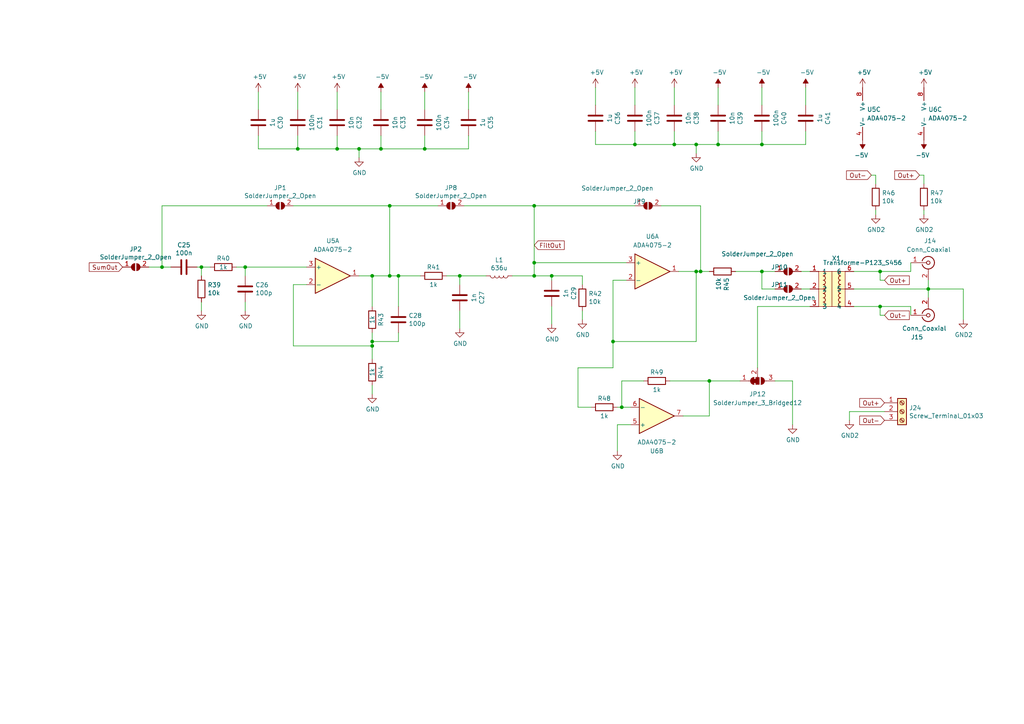
<source format=kicad_sch>
(kicad_sch (version 20211123) (generator eeschema)
  (paper "A4")
  (lib_symbols
    (symbol "Amplifier_Operational:ADA4075-2" (pin_names (offset 0.127))
      (property "Reference" "U" (at 0 5.08 0))
      (property "Value" "ADA4075-2" (at 0 -5.08 0))
      (symbol "ADA4075-2_1_1"
        (polyline (pts (xy -5.08 5.08) (xy 5.08 0) (xy -5.08 -5.08) (xy -5.08 5.08)) (stroke (width 0.254)) (fill (type background)))
        (pin output line (at 7.62 0 180) (length 2.54) (name "~") (number "1"))
        (pin input line (at -7.62 -2.54 0) (length 2.54) (name "-") (number "2"))
        (pin input line (at -7.62 2.54 0) (length 2.54) (name "+") (number "3"))
      )
      (symbol "ADA4075-2_2_1"
        (polyline (pts (xy -5.08 5.08) (xy 5.08 0) (xy -5.08 -5.08) (xy -5.08 5.08)) (stroke (width 0.254)) (fill (type background)))
        (pin input line (at -7.62 2.54 0) (length 2.54) (name "+") (number "5"))
        (pin input line (at -7.62 -2.54 0) (length 2.54) (name "-") (number "6"))
        (pin output line (at 7.62 0 180) (length 2.54) (name "~") (number "7"))
      )
      (symbol "ADA4075-2_3_1"
        (pin power_in line (at -2.54 -7.62 90) (length 3.81) (name "V-") (number "4"))
        (pin power_in line (at -2.54 7.62 270) (length 3.81) (name "V+") (number "8"))
      )
    )
    (symbol "Connector:Conn_Coaxial" (pin_names (offset 1.016) hide)
      (property "Reference" "J" (at 0.254 3.048 0))
      (property "Value" "Conn_Coaxial" (at 2.921 0 90))
      (symbol "Conn_Coaxial_0_1"
        (arc (start -1.778 -0.508) (mid 0.2311 -1.8066) (end 1.778 0) (stroke (width 0.254)))
        (polyline (pts (xy -2.54 0) (xy -0.508 0)))
        (polyline (pts (xy 0 -2.54) (xy 0 -1.778)))
        (circle (center 0 0) (radius 0.508) (stroke (width 0.2032)))
        (arc (start 1.778 0) (mid 0.2099 1.8101) (end -1.778 0.508) (stroke (width 0.254)))
      )
      (symbol "Conn_Coaxial_1_1"
        (pin passive line (at -5.08 0 0) (length 2.54) (name "In") (number "1"))
        (pin passive line (at 0 -5.08 90) (length 2.54) (name "Ext") (number "2"))
      )
    )
    (symbol "Connector:Screw_Terminal_01x03" (pin_names (offset 1.016) hide)
      (property "Reference" "J" (at 0 5.08 0))
      (property "Value" "Screw_Terminal_01x03" (at 0 -5.08 0))
      (symbol "Screw_Terminal_01x03_1_1"
        (rectangle (start -1.27 3.81) (end 1.27 -3.81) (stroke (width 0.254)) (fill (type background)))
        (circle (center 0 -2.54) (radius 0.635) (stroke (width 0.1524)))
        (polyline (pts (xy -0.5334 -2.2098) (xy 0.3302 -3.048)) (stroke (width 0.1524)))
        (polyline (pts (xy -0.5334 0.3302) (xy 0.3302 -0.508)) (stroke (width 0.1524)))
        (polyline (pts (xy -0.5334 2.8702) (xy 0.3302 2.032)) (stroke (width 0.1524)))
        (polyline (pts (xy -0.3556 -2.032) (xy 0.508 -2.8702)) (stroke (width 0.1524)))
        (polyline (pts (xy -0.3556 0.508) (xy 0.508 -0.3302)) (stroke (width 0.1524)))
        (polyline (pts (xy -0.3556 3.048) (xy 0.508 2.2098)) (stroke (width 0.1524)))
        (circle (center 0 0) (radius 0.635) (stroke (width 0.1524)))
        (circle (center 0 2.54) (radius 0.635) (stroke (width 0.1524)))
        (pin passive line (at -5.08 2.54 0) (length 3.81) (name "Pin_1") (number "1"))
        (pin passive line (at -5.08 0 0) (length 3.81) (name "Pin_2") (number "2"))
        (pin passive line (at -5.08 -2.54 0) (length 3.81) (name "Pin_3") (number "3"))
      )
    )
    (symbol "Device:C" (pin_numbers hide) (pin_names (offset 0.254))
      (property "Reference" "C" (at 0.635 2.54 0))
      (property "Value" "C" (at 0.635 -2.54 0))
      (symbol "C_0_1"
        (polyline (pts (xy -2.032 -0.762) (xy 2.032 -0.762)) (stroke (width 0.508)))
        (polyline (pts (xy -2.032 0.762) (xy 2.032 0.762)) (stroke (width 0.508)))
      )
      (symbol "C_1_1"
        (pin passive line (at 0 3.81 270) (length 2.794) (name "~") (number "1"))
        (pin passive line (at 0 -3.81 90) (length 2.794) (name "~") (number "2"))
      )
    )
    (symbol "Device:L" (pin_numbers hide) (pin_names (offset 1.016) hide)
      (property "Reference" "L" (at -1.27 0 90))
      (property "Value" "L" (at 1.905 0 90))
      (symbol "L_0_1"
        (arc (start 0 -2.54) (mid 0.635 -1.905) (end 0 -1.27))
        (arc (start 0 -1.27) (mid 0.635 -0.635) (end 0 0))
        (arc (start 0 0) (mid 0.635 0.635) (end 0 1.27))
        (arc (start 0 1.27) (mid 0.635 1.905) (end 0 2.54))
      )
      (symbol "L_1_1"
        (pin passive line (at 0 3.81 270) (length 1.27) (name "1") (number "1"))
        (pin passive line (at 0 -3.81 90) (length 1.27) (name "2") (number "2"))
      )
    )
    (symbol "Device:R" (pin_numbers hide) (pin_names (offset 0))
      (property "Reference" "R" (at 2.032 0 90))
      (property "Value" "R" (at 0 0 90))
      (symbol "R_0_1"
        (rectangle (start -1.016 -2.54) (end 1.016 2.54) (stroke (width 0.254)))
      )
      (symbol "R_1_1"
        (pin passive line (at 0 3.81 270) (length 1.27) (name "~") (number "1"))
        (pin passive line (at 0 -3.81 90) (length 1.27) (name "~") (number "2"))
      )
    )
    (symbol "Jumper:SolderJumper_2_Open" (pin_names (offset 0) hide)
      (property "Reference" "JP" (at 0 2.032 0))
      (property "Value" "SolderJumper_2_Open" (at 0 -2.54 0))
      (symbol "SolderJumper_2_Open_0_1"
        (arc (start -0.254 1.016) (mid -1.27 0) (end -0.254 -1.016))
        (arc (start -0.254 1.016) (mid -1.27 0) (end -0.254 -1.016) (fill (type outline)))
        (polyline (pts (xy -0.254 1.016) (xy -0.254 -1.016)))
        (polyline (pts (xy 0.254 1.016) (xy 0.254 -1.016)))
        (arc (start 0.254 -1.016) (mid 1.27 0) (end 0.254 1.016))
        (arc (start 0.254 -1.016) (mid 1.27 0) (end 0.254 1.016) (fill (type outline)))
      )
      (symbol "SolderJumper_2_Open_1_1"
        (pin passive line (at -3.81 0 0) (length 2.54) (name "A") (number "1"))
        (pin passive line (at 3.81 0 180) (length 2.54) (name "B") (number "2"))
      )
    )
    (symbol "Jumper:SolderJumper_3_Bridged12" (pin_names (offset 0) hide)
      (property "Reference" "JP" (at -2.54 -2.54 0))
      (property "Value" "SolderJumper_3_Bridged12" (at 0 2.794 0))
      (symbol "SolderJumper_3_Bridged12_0_1"
        (rectangle (start -1.016 0.508) (end -0.508 -0.508) (fill (type outline)))
        (arc (start -1.016 1.016) (mid -2.032 0) (end -1.016 -1.016))
        (arc (start -1.016 1.016) (mid -2.032 0) (end -1.016 -1.016) (fill (type outline)))
        (rectangle (start -0.508 1.016) (end 0.508 -1.016) (fill (type outline)))
        (polyline (pts (xy -2.54 0) (xy -2.032 0)))
        (polyline (pts (xy -1.016 1.016) (xy -1.016 -1.016)))
        (polyline (pts (xy 0 -1.27) (xy 0 -1.016)))
        (polyline (pts (xy 1.016 1.016) (xy 1.016 -1.016)))
        (polyline (pts (xy 2.54 0) (xy 2.032 0)))
        (arc (start 1.016 -1.016) (mid 2.032 0) (end 1.016 1.016))
        (arc (start 1.016 -1.016) (mid 2.032 0) (end 1.016 1.016) (fill (type outline)))
      )
      (symbol "SolderJumper_3_Bridged12_1_1"
        (pin passive line (at -5.08 0 0) (length 2.54) (name "A") (number "1"))
        (pin passive line (at 0 -3.81 90) (length 2.54) (name "C") (number "2"))
        (pin passive line (at 5.08 0 180) (length 2.54) (name "B") (number "3"))
      )
    )
    (symbol "ModularPreamp-rescue:Transforme-P123_S456-Martinos" (pin_names (offset 1.016))
      (property "Reference" "X" (at 0 -6.35 0))
      (property "Value" "Transforme-P123_S456-Martinos" (at 1.27 7.62 0))
      (symbol "Transforme-P123_S456-Martinos_0_1"
        (rectangle (start -3.81 5.08) (end 3.81 -5.08) (fill (type background)))
        (arc (start -2.54 -3.81) (mid -1.905 -3.175) (end -2.54 -2.54))
        (arc (start -2.54 -3.81) (mid -1.905 -3.175) (end -2.54 -2.54))
        (arc (start -2.54 -1.27) (mid -1.905 -0.635) (end -2.54 0))
        (arc (start -2.54 -1.27) (mid -1.905 -0.635) (end -2.54 0))
        (arc (start -2.54 1.27) (mid -1.905 1.905) (end -2.54 2.54))
        (arc (start -2.54 1.27) (mid -1.905 1.905) (end -2.54 2.54))
        (arc (start -2.54 3.81) (mid -1.905 4.445) (end -2.54 5.08))
        (arc (start -2.54 3.81) (mid -1.905 4.445) (end -2.54 5.08))
        (polyline (pts (xy -2.54 0) (xy -3.81 0)))
        (polyline (pts (xy 0 5.08) (xy 0 -5.08)))
        (polyline (pts (xy 3.81 0) (xy 2.54 0)))
        (arc (start 2.54 -3.81) (mid 1.905 -4.445) (end 2.54 -5.08))
        (arc (start 2.54 -3.81) (mid 1.905 -4.445) (end 2.54 -5.08))
        (arc (start 2.54 -1.27) (mid 1.905 -1.905) (end 2.54 -2.54))
        (arc (start 2.54 -1.27) (mid 1.905 -1.905) (end 2.54 -2.54))
        (arc (start 2.54 1.27) (mid 1.905 0.635) (end 2.54 0))
        (arc (start 2.54 1.27) (mid 1.905 0.635) (end 2.54 0))
        (arc (start 2.54 3.81) (mid 1.905 3.175) (end 2.54 2.54))
        (arc (start 2.54 3.81) (mid 1.905 3.175) (end 2.54 2.54))
      )
      (symbol "Transforme-P123_S456-Martinos_1_1"
        (arc (start -2.54 -5.08) (mid -1.905 -4.445) (end -2.54 -3.81))
        (arc (start -2.54 -5.08) (mid -1.905 -4.445) (end -2.54 -3.81))
        (arc (start -2.54 -2.54) (mid -1.905 -1.905) (end -2.54 -1.27))
        (arc (start -2.54 -2.54) (mid -1.905 -1.905) (end -2.54 -1.27))
        (arc (start -2.54 0) (mid -1.905 0.635) (end -2.54 1.27))
        (arc (start -2.54 0) (mid -1.905 0.635) (end -2.54 1.27))
        (arc (start -2.54 2.54) (mid -1.905 3.175) (end -2.54 3.81))
        (arc (start -2.54 2.54) (mid -1.905 3.175) (end -2.54 3.81))
        (arc (start 2.54 -2.54) (mid 1.905 -3.175) (end 2.54 -3.81))
        (arc (start 2.54 -2.54) (mid 1.905 -3.175) (end 2.54 -3.81))
        (arc (start 2.54 0) (mid 1.905 -0.635) (end 2.54 -1.27))
        (arc (start 2.54 0) (mid 1.905 -0.635) (end 2.54 -1.27))
        (arc (start 2.54 2.54) (mid 1.905 1.905) (end 2.54 1.27))
        (arc (start 2.54 2.54) (mid 1.905 1.905) (end 2.54 1.27))
        (arc (start 2.54 5.08) (mid 1.905 4.445) (end 2.54 3.81))
        (arc (start 2.54 5.08) (mid 1.905 4.445) (end 2.54 3.81))
        (pin input line (at -6.35 5.08 0) (length 2.54) (name "1") (number "1"))
        (pin input line (at -6.35 0 0) (length 2.54) (name "2") (number "2"))
        (pin input line (at -6.35 -5.08 0) (length 2.54) (name "3") (number "3"))
        (pin input line (at 6.35 -5.08 180) (length 2.54) (name "4") (number "4"))
        (pin input line (at 6.35 0 180) (length 2.54) (name "5") (number "5"))
        (pin input line (at 6.35 5.08 180) (length 2.54) (name "6") (number "6"))
      )
    )
    (symbol "power:+5V" (power) (pin_names (offset 0))
      (property "Value" "+5V" (at 0 3.556 0))
      (symbol "+5V_0_1"
        (polyline (pts (xy -0.762 1.27) (xy 0 2.54)))
        (polyline (pts (xy 0 0) (xy 0 2.54)))
        (polyline (pts (xy 0 2.54) (xy 0.762 1.27)))
      )
      (symbol "+5V_1_1"
        (pin power_in line (at 0 0 90) (length 0) hide (name "+5V") (number "1"))
      )
    )
    (symbol "power:-5V" (power) (pin_names (offset 0))
      (property "Value" "-5V" (at 0 3.81 0))
      (symbol "-5V_0_0"
        (pin power_in line (at 0 0 90) (length 0) hide (name "-5V") (number "1"))
      )
      (symbol "-5V_0_1"
        (polyline (pts (xy 0 0) (xy 0 1.27) (xy 0.762 1.27) (xy 0 2.54) (xy -0.762 1.27) (xy 0 1.27)) (fill (type outline)))
      )
    )
    (symbol "power:GND" (power) (pin_names (offset 0))
      (property "Value" "GND" (at 0 -3.81 0))
      (symbol "GND_0_1"
        (polyline (pts (xy 0 0) (xy 0 -1.27) (xy 1.27 -1.27) (xy 0 -2.54) (xy -1.27 -1.27) (xy 0 -1.27)))
      )
      (symbol "GND_1_1"
        (pin power_in line (at 0 0 270) (length 0) hide (name "GND") (number "1"))
      )
    )
    (symbol "power:GND2" (power) (pin_names (offset 0))
      (property "Value" "GND2" (at 0 -3.81 0))
      (symbol "GND2_0_1"
        (polyline (pts (xy 0 0) (xy 0 -1.27) (xy 1.27 -1.27) (xy 0 -2.54) (xy -1.27 -1.27) (xy 0 -1.27)))
      )
      (symbol "GND2_1_1"
        (pin power_in line (at 0 0 270) (length 0) hide (name "GND2") (number "1"))
      )
    )
  )
  (junction (at 203.2 78.74))
  (junction (at 154.94 59.69))
  (junction (at 255.27 78.74))
  (junction (at 71.12 77.47))
  (junction (at 154.94 80.01))
  (junction (at 123.19 43.18))
  (junction (at 220.98 41.91))
  (junction (at 86.36 43.18))
  (junction (at 180.34 118.11))
  (junction (at 220.98 78.74))
  (junction (at 46.99 77.47))
  (junction (at 104.14 43.18))
  (junction (at 177.8 99.06))
  (junction (at 160.02 80.01))
  (junction (at 97.79 43.18))
  (junction (at 184.15 41.91))
  (junction (at 113.03 80.01))
  (junction (at 201.93 78.74))
  (junction (at 201.93 41.91))
  (junction (at 205.74 110.49))
  (junction (at 269.24 83.82))
  (junction (at 113.03 59.69))
  (junction (at 255.27 88.9))
  (junction (at 58.42 77.47))
  (junction (at 133.35 80.01))
  (junction (at 107.95 100.33))
  (junction (at 107.95 99.06))
  (junction (at 154.94 76.2))
  (junction (at 107.95 80.01))
  (junction (at 208.28 41.91))
  (junction (at 115.57 80.01))
  (junction (at 110.49 43.18))
  (junction (at 195.58 41.91))
  (wire (pts (xy 254 62.23) (xy 254 60.96)))
  (wire (pts (xy 57.15 77.47) (xy 58.42 77.47)))
  (wire (pts (xy 171.45 118.11) (xy 167.64 118.11)))
  (wire (pts (xy 85.09 100.33) (xy 107.95 100.33)))
  (wire (pts (xy 186.69 110.49) (xy 180.34 110.49)))
  (wire (pts (xy 104.14 43.18) (xy 97.79 43.18)))
  (wire (pts (xy 60.96 77.47) (xy 58.42 77.47)))
  (wire (pts (xy 194.31 110.49) (xy 205.74 110.49)))
  (wire (pts (xy 247.65 78.74) (xy 255.27 78.74)))
  (wire (pts (xy 184.15 41.91) (xy 195.58 41.91)))
  (wire (pts (xy 203.2 78.74) (xy 205.74 78.74)))
  (wire (pts (xy 86.36 43.18) (xy 86.36 39.37)))
  (wire (pts (xy 205.74 120.65) (xy 198.12 120.65)))
  (wire (pts (xy 74.93 43.18) (xy 86.36 43.18)))
  (wire (pts (xy 182.88 123.19) (xy 179.07 123.19)))
  (wire (pts (xy 167.64 106.68) (xy 177.8 106.68)))
  (wire (pts (xy 129.54 80.01) (xy 133.35 80.01)))
  (wire (pts (xy 46.99 77.47) (xy 49.53 77.47)))
  (wire (pts (xy 256.54 81.28) (xy 255.27 81.28)))
  (wire (pts (xy 179.07 118.11) (xy 180.34 118.11)))
  (wire (pts (xy 233.68 38.1) (xy 233.68 41.91)))
  (wire (pts (xy 252.73 50.8) (xy 254 50.8)))
  (wire (pts (xy 220.98 38.1) (xy 220.98 41.91)))
  (wire (pts (xy 86.36 43.18) (xy 97.79 43.18)))
  (wire (pts (xy 160.02 81.28) (xy 160.02 80.01)))
  (wire (pts (xy 110.49 39.37) (xy 110.49 43.18)))
  (wire (pts (xy 177.8 99.06) (xy 201.93 99.06)))
  (wire (pts (xy 195.58 25.4) (xy 195.58 30.48)))
  (wire (pts (xy 256.54 91.44) (xy 255.27 91.44)))
  (wire (pts (xy 107.95 100.33) (xy 107.95 104.14)))
  (wire (pts (xy 160.02 93.98) (xy 160.02 88.9)))
  (wire (pts (xy 267.97 50.8) (xy 267.97 53.34)))
  (wire (pts (xy 229.87 110.49) (xy 229.87 123.19)))
  (wire (pts (xy 134.62 59.69) (xy 154.94 59.69)))
  (wire (pts (xy 113.03 59.69) (xy 113.03 80.01)))
  (wire (pts (xy 232.41 83.82) (xy 234.95 83.82)))
  (wire (pts (xy 133.35 80.01) (xy 140.97 80.01)))
  (wire (pts (xy 107.95 88.9) (xy 107.95 80.01)))
  (wire (pts (xy 181.61 76.2) (xy 154.94 76.2)))
  (wire (pts (xy 172.72 25.4) (xy 172.72 30.48)))
  (wire (pts (xy 255.27 78.74) (xy 264.16 78.74)))
  (wire (pts (xy 264.16 91.44) (xy 264.16 88.9)))
  (wire (pts (xy 160.02 80.01) (xy 168.91 80.01)))
  (wire (pts (xy 88.9 82.55) (xy 85.09 82.55)))
  (wire (pts (xy 113.03 80.01) (xy 115.57 80.01)))
  (wire (pts (xy 191.77 59.69) (xy 203.2 59.69)))
  (wire (pts (xy 246.38 121.92) (xy 246.38 119.38)))
  (wire (pts (xy 154.94 59.69) (xy 154.94 76.2)))
  (wire (pts (xy 104.14 45.72) (xy 104.14 43.18)))
  (wire (pts (xy 104.14 80.01) (xy 107.95 80.01)))
  (wire (pts (xy 167.64 118.11) (xy 167.64 106.68)))
  (wire (pts (xy 224.79 83.82) (xy 220.98 83.82)))
  (wire (pts (xy 172.72 41.91) (xy 172.72 38.1)))
  (wire (pts (xy 123.19 43.18) (xy 110.49 43.18)))
  (wire (pts (xy 219.71 88.9) (xy 219.71 106.68)))
  (wire (pts (xy 213.36 78.74) (xy 220.98 78.74)))
  (wire (pts (xy 68.58 77.47) (xy 71.12 77.47)))
  (wire (pts (xy 269.24 86.36) (xy 269.24 83.82)))
  (wire (pts (xy 133.35 82.55) (xy 133.35 80.01)))
  (wire (pts (xy 74.93 43.18) (xy 74.93 39.37)))
  (wire (pts (xy 220.98 78.74) (xy 224.79 78.74)))
  (wire (pts (xy 255.27 91.44) (xy 255.27 88.9)))
  (wire (pts (xy 196.85 78.74) (xy 201.93 78.74)))
  (wire (pts (xy 43.18 77.47) (xy 46.99 77.47)))
  (wire (pts (xy 208.28 25.4) (xy 208.28 30.48)))
  (wire (pts (xy 269.24 83.82) (xy 247.65 83.82)))
  (wire (pts (xy 154.94 80.01) (xy 160.02 80.01)))
  (wire (pts (xy 208.28 38.1) (xy 208.28 41.91)))
  (wire (pts (xy 135.89 26.67) (xy 135.89 31.75)))
  (wire (pts (xy 74.93 26.67) (xy 74.93 31.75)))
  (wire (pts (xy 184.15 25.4) (xy 184.15 30.48)))
  (wire (pts (xy 232.41 78.74) (xy 234.95 78.74)))
  (wire (pts (xy 208.28 41.91) (xy 201.93 41.91)))
  (wire (pts (xy 107.95 99.06) (xy 107.95 96.52)))
  (wire (pts (xy 46.99 77.47) (xy 46.99 59.69)))
  (wire (pts (xy 224.79 110.49) (xy 229.87 110.49)))
  (wire (pts (xy 279.4 83.82) (xy 279.4 92.71)))
  (wire (pts (xy 180.34 110.49) (xy 180.34 118.11)))
  (wire (pts (xy 205.74 110.49) (xy 205.74 120.65)))
  (wire (pts (xy 177.8 81.28) (xy 177.8 99.06)))
  (wire (pts (xy 219.71 88.9) (xy 234.95 88.9)))
  (wire (pts (xy 180.34 118.11) (xy 182.88 118.11)))
  (wire (pts (xy 220.98 41.91) (xy 208.28 41.91)))
  (wire (pts (xy 233.68 25.4) (xy 233.68 30.48)))
  (wire (pts (xy 110.49 26.67) (xy 110.49 31.75)))
  (wire (pts (xy 184.15 59.69) (xy 154.94 59.69)))
  (wire (pts (xy 255.27 81.28) (xy 255.27 78.74)))
  (wire (pts (xy 71.12 90.17) (xy 71.12 87.63)))
  (wire (pts (xy 201.93 99.06) (xy 201.93 78.74)))
  (wire (pts (xy 110.49 43.18) (xy 104.14 43.18)))
  (wire (pts (xy 113.03 59.69) (xy 127 59.69)))
  (wire (pts (xy 177.8 106.68) (xy 177.8 99.06)))
  (wire (pts (xy 71.12 77.47) (xy 88.9 77.47)))
  (wire (pts (xy 115.57 88.9) (xy 115.57 80.01)))
  (wire (pts (xy 107.95 100.33) (xy 107.95 99.06)))
  (wire (pts (xy 255.27 88.9) (xy 247.65 88.9)))
  (wire (pts (xy 214.63 110.49) (xy 205.74 110.49)))
  (wire (pts (xy 123.19 26.67) (xy 123.19 31.75)))
  (wire (pts (xy 154.94 76.2) (xy 154.94 80.01)))
  (wire (pts (xy 201.93 78.74) (xy 203.2 78.74)))
  (wire (pts (xy 203.2 59.69) (xy 203.2 78.74)))
  (wire (pts (xy 233.68 41.91) (xy 220.98 41.91)))
  (wire (pts (xy 123.19 39.37) (xy 123.19 43.18)))
  (wire (pts (xy 86.36 26.67) (xy 86.36 31.75)))
  (wire (pts (xy 85.09 82.55) (xy 85.09 100.33)))
  (wire (pts (xy 269.24 83.82) (xy 279.4 83.82)))
  (wire (pts (xy 58.42 90.17) (xy 58.42 87.63)))
  (wire (pts (xy 133.35 95.25) (xy 133.35 90.17)))
  (wire (pts (xy 201.93 44.45) (xy 201.93 41.91)))
  (wire (pts (xy 97.79 26.67) (xy 97.79 31.75)))
  (wire (pts (xy 107.95 80.01) (xy 113.03 80.01)))
  (wire (pts (xy 97.79 43.18) (xy 97.79 39.37)))
  (wire (pts (xy 168.91 92.71) (xy 168.91 90.17)))
  (wire (pts (xy 220.98 83.82) (xy 220.98 78.74)))
  (wire (pts (xy 201.93 41.91) (xy 195.58 41.91)))
  (wire (pts (xy 266.7 50.8) (xy 267.97 50.8)))
  (wire (pts (xy 58.42 77.47) (xy 58.42 80.01)))
  (wire (pts (xy 172.72 41.91) (xy 184.15 41.91)))
  (wire (pts (xy 107.95 114.3) (xy 107.95 111.76)))
  (wire (pts (xy 184.15 41.91) (xy 184.15 38.1)))
  (wire (pts (xy 168.91 80.01) (xy 168.91 82.55)))
  (wire (pts (xy 115.57 80.01) (xy 121.92 80.01)))
  (wire (pts (xy 71.12 77.47) (xy 71.12 80.01)))
  (wire (pts (xy 254 50.8) (xy 254 53.34)))
  (wire (pts (xy 246.38 119.38) (xy 256.54 119.38)))
  (wire (pts (xy 115.57 99.06) (xy 107.95 99.06)))
  (wire (pts (xy 135.89 43.18) (xy 123.19 43.18)))
  (wire (pts (xy 264.16 88.9) (xy 255.27 88.9)))
  (wire (pts (xy 269.24 83.82) (xy 269.24 81.28)))
  (wire (pts (xy 85.09 59.69) (xy 113.03 59.69)))
  (wire (pts (xy 115.57 96.52) (xy 115.57 99.06)))
  (wire (pts (xy 135.89 39.37) (xy 135.89 43.18)))
  (wire (pts (xy 148.59 80.01) (xy 154.94 80.01)))
  (wire (pts (xy 264.16 78.74) (xy 264.16 76.2)))
  (wire (pts (xy 46.99 59.69) (xy 77.47 59.69)))
  (wire (pts (xy 181.61 81.28) (xy 177.8 81.28)))
  (wire (pts (xy 220.98 25.4) (xy 220.98 30.48)))
  (wire (pts (xy 179.07 123.19) (xy 179.07 130.81)))
  (wire (pts (xy 195.58 41.91) (xy 195.58 38.1)))
  (wire (pts (xy 267.97 62.23) (xy 267.97 60.96)))
  (global_label "Out-" (shape input) (at 256.54 91.44 0) (property "Intersheet References" "${INTERSHEET_REFS}" (effects hide)))
  (global_label "Out+" (shape input) (at 256.54 81.28 0) (property "Intersheet References" "${INTERSHEET_REFS}" (effects hide)))
  (global_label "SumOut" (shape input) (at 35.56 77.47 180) (property "Intersheet References" "${INTERSHEET_REFS}" (effects hide)))
  (global_label "Out-" (shape input) (at 252.73 50.8 180) (property "Intersheet References" "${INTERSHEET_REFS}" (effects hide)))
  (global_label "FiltOut" (shape input) (at 154.94 71.12 0) (property "Intersheet References" "${INTERSHEET_REFS}" (effects hide)))
  (global_label "Out+" (shape input) (at 256.54 116.84 180) (property "Intersheet References" "${INTERSHEET_REFS}" (effects hide)))
  (global_label "Out-" (shape input) (at 256.54 121.92 180) (property "Intersheet References" "${INTERSHEET_REFS}" (effects hide)))
  (global_label "Out+" (shape input) (at 266.7 50.8 180) (property "Intersheet References" "${INTERSHEET_REFS}" (effects hide)))
  (symbol (lib_id "Jumper:SolderJumper_2_Open") (at 130.81 59.69 0) (unit 1)
    (property "Reference" "JP8" (at 130.81 54.483 0))
    (property "Value" "SolderJumper_2_Open" (at 130.81 56.7944 0))
    (property "Footprint" "Jumper:SolderJumper-2_P1.3mm_Open_RoundedPad1.0x1.5mm" (effects hide))
  )
  (symbol (lib_id "Device:R") (at 107.95 92.71 180) (unit 1)
    (property "Reference" "R43" (at 110.49 92.71 90))
    (property "Value" "1k" (at 107.95 92.71 90))
    (property "Footprint" "Resistor_SMD:R_0805_2012Metric" (effects hide))
  )
  (symbol (lib_id "Device:R") (at 107.95 107.95 180) (unit 1)
    (property "Reference" "R44" (at 110.49 107.95 90))
    (property "Value" "1k" (at 107.95 107.95 90))
    (property "Footprint" "Resistor_SMD:R_0805_2012Metric" (effects hide))
  )
  (symbol (lib_id "Device:C") (at 115.57 92.71 180) (unit 1)
    (property "Reference" "C28" (at 118.491 91.5416 0) (effects (justify right)))
    (property "Value" "100p" (at 118.491 93.853 0) (effects (justify right)))
    (property "Footprint" "Capacitor_SMD:C_0805_2012Metric" (effects hide))
  )
  (symbol (lib_id "power:GND") (at 107.95 114.3 0) (unit 1)
    (property "Reference" "#PWR0147" (effects hide))
    (property "Value" "GND" (at 108.077 118.6942 0))
  )
  (symbol (lib_id "power:GND") (at 133.35 95.25 0) (unit 1)
    (property "Reference" "#PWR0148" (effects hide))
    (property "Value" "GND" (at 133.477 99.6442 0))
  )
  (symbol (lib_id "Device:C") (at 160.02 85.09 180) (unit 1)
    (property "Reference" "C29" (at 166.4208 85.09 90))
    (property "Value" "1n" (at 164.1094 85.09 90))
    (property "Footprint" "Capacitor_SMD:C_0805_2012Metric" (effects hide))
  )
  (symbol (lib_id "power:GND") (at 160.02 93.98 0) (unit 1)
    (property "Reference" "#PWR0149" (effects hide))
    (property "Value" "GND" (at 160.147 98.3742 0))
  )
  (symbol (lib_id "Device:L") (at 144.78 80.01 270) (unit 1)
    (property "Reference" "L1" (at 144.78 75.4126 90))
    (property "Value" "636u" (at 144.78 77.724 90))
    (property "Footprint" "Inductor_THT:L_Radial_D7.2mm_P3.00mm_MuRATA_1700" (effects hide))
  )
  (symbol (lib_id "ModularPreamp-rescue:Transforme-P123_S456-Martinos") (at 241.3 83.82 0) (unit 1)
    (property "Reference" "X1" (at 242.57 74.93 0))
    (property "Value" "Transforme-P123_S456" (at 250.19 76.2 0))
    (property "Footprint" "Martinos:Transformer-PWB2010LC" (effects hide))
  )
  (symbol (lib_id "Jumper:SolderJumper_2_Open") (at 39.37 77.47 0) (unit 1)
    (property "Reference" "JP2" (at 39.37 72.263 0))
    (property "Value" "SolderJumper_2_Open" (at 39.37 74.5744 0))
    (property "Footprint" "Jumper:SolderJumper-2_P1.3mm_Open_RoundedPad1.0x1.5mm" (effects hide))
  )
  (symbol (lib_id "Device:R") (at 125.73 80.01 270) (unit 1)
    (property "Reference" "R41" (at 125.73 77.47 90))
    (property "Value" "1k" (at 125.73 82.55 90))
    (property "Footprint" "Resistor_SMD:R_0805_2012Metric" (effects hide))
  )
  (symbol (lib_id "Device:C") (at 133.35 86.36 180) (unit 1)
    (property "Reference" "C27" (at 139.7508 86.36 90))
    (property "Value" "1n" (at 137.4394 86.36 90))
    (property "Footprint" "Capacitor_SMD:C_0805_2012Metric" (effects hide))
  )
  (symbol (lib_id "Device:R") (at 168.91 86.36 180) (unit 1)
    (property "Reference" "R42" (at 170.688 85.1916 0) (effects (justify right)))
    (property "Value" "10k" (at 170.688 87.503 0) (effects (justify right)))
    (property "Footprint" "Resistor_SMD:R_0805_2012Metric" (effects hide))
  )
  (symbol (lib_id "power:GND") (at 168.91 92.71 0) (unit 1)
    (property "Reference" "#PWR0135" (effects hide))
    (property "Value" "GND" (at 169.037 97.1042 0))
  )
  (symbol (lib_id "Device:C") (at 53.34 77.47 270) (unit 1)
    (property "Reference" "C25" (at 53.34 71.0692 90))
    (property "Value" "100n" (at 53.34 73.3806 90))
    (property "Footprint" "Capacitor_SMD:C_0805_2012Metric" (effects hide))
  )
  (symbol (lib_id "Device:R") (at 58.42 83.82 180) (unit 1)
    (property "Reference" "R39" (at 60.198 82.6516 0) (effects (justify right)))
    (property "Value" "10k" (at 60.198 84.963 0) (effects (justify right)))
    (property "Footprint" "Resistor_SMD:R_0805_2012Metric" (effects hide))
  )
  (symbol (lib_id "power:GND") (at 58.42 90.17 0) (unit 1)
    (property "Reference" "#PWR0136" (effects hide))
    (property "Value" "GND" (at 58.547 94.5642 0))
  )
  (symbol (lib_id "Device:R") (at 64.77 77.47 270) (unit 1)
    (property "Reference" "R40" (at 64.77 74.93 90))
    (property "Value" "1k" (at 64.77 77.47 90))
    (property "Footprint" "Resistor_SMD:R_0805_2012Metric" (effects hide))
  )
  (symbol (lib_id "Device:C") (at 71.12 83.82 180) (unit 1)
    (property "Reference" "C26" (at 74.041 82.6516 0) (effects (justify right)))
    (property "Value" "100p" (at 74.041 84.963 0) (effects (justify right)))
    (property "Footprint" "Capacitor_SMD:C_0805_2012Metric" (effects hide))
  )
  (symbol (lib_id "power:GND") (at 71.12 90.17 0) (unit 1)
    (property "Reference" "#PWR0137" (effects hide))
    (property "Value" "GND" (at 71.247 94.5642 0))
  )
  (symbol (lib_id "Jumper:SolderJumper_2_Open") (at 81.28 59.69 0) (unit 1)
    (property "Reference" "JP1" (at 81.28 54.483 0))
    (property "Value" "SolderJumper_2_Open" (at 81.28 56.7944 0))
    (property "Footprint" "Jumper:SolderJumper-2_P1.3mm_Open_RoundedPad1.0x1.5mm" (effects hide))
  )
  (symbol (lib_id "Device:C") (at 97.79 35.56 180) (unit 1)
    (property "Reference" "C32" (at 104.1908 35.56 90))
    (property "Value" "10n" (at 101.8794 35.56 90))
    (property "Footprint" "Capacitor_SMD:C_0805_2012Metric" (effects hide))
  )
  (symbol (lib_id "Device:C") (at 110.49 35.56 180) (unit 1)
    (property "Reference" "C33" (at 116.8908 35.56 90))
    (property "Value" "10n" (at 114.5794 35.56 90))
    (property "Footprint" "Capacitor_SMD:C_0805_2012Metric" (effects hide))
  )
  (symbol (lib_id "power:+5V") (at 97.79 26.67 0) (unit 1)
    (property "Reference" "#PWR0151" (effects hide))
    (property "Value" "+5V" (at 98.171 22.2758 0))
  )
  (symbol (lib_id "power:-5V") (at 110.49 26.67 0) (unit 1)
    (property "Reference" "#PWR0152" (effects hide))
    (property "Value" "-5V" (at 110.871 22.2758 0))
  )
  (symbol (lib_id "power:GND") (at 104.14 45.72 0) (unit 1)
    (property "Reference" "#PWR0153" (effects hide))
    (property "Value" "GND" (at 104.267 50.1142 0))
  )
  (symbol (lib_id "Device:C") (at 86.36 35.56 180) (unit 1)
    (property "Reference" "C31" (at 92.7608 35.56 90))
    (property "Value" "100n" (at 90.4494 35.56 90))
    (property "Footprint" "Capacitor_SMD:C_0805_2012Metric" (effects hide))
  )
  (symbol (lib_id "power:+5V") (at 86.36 26.67 0) (unit 1)
    (property "Reference" "#PWR0154" (effects hide))
    (property "Value" "+5V" (at 86.741 22.2758 0))
  )
  (symbol (lib_id "Device:C") (at 123.19 35.56 180) (unit 1)
    (property "Reference" "C34" (at 129.5908 35.56 90))
    (property "Value" "100n" (at 127.2794 35.56 90))
    (property "Footprint" "Capacitor_SMD:C_0805_2012Metric" (effects hide))
  )
  (symbol (lib_id "power:-5V") (at 123.19 26.67 0) (unit 1)
    (property "Reference" "#PWR0155" (effects hide))
    (property "Value" "-5V" (at 123.571 22.2758 0))
  )
  (symbol (lib_id "Device:C") (at 135.89 35.56 180) (unit 1)
    (property "Reference" "C35" (at 142.2908 35.56 90))
    (property "Value" "1u" (at 139.9794 35.56 90))
    (property "Footprint" "Capacitor_SMD:C_0805_2012Metric" (effects hide))
  )
  (symbol (lib_id "power:-5V") (at 135.89 26.67 0) (unit 1)
    (property "Reference" "#PWR0156" (effects hide))
    (property "Value" "-5V" (at 136.271 22.2758 0))
  )
  (symbol (lib_id "Device:C") (at 74.93 35.56 180) (unit 1)
    (property "Reference" "C30" (at 81.3308 35.56 90))
    (property "Value" "1u" (at 79.0194 35.56 90))
    (property "Footprint" "Capacitor_SMD:C_0805_2012Metric" (effects hide))
  )
  (symbol (lib_id "power:+5V") (at 74.93 26.67 0) (unit 1)
    (property "Reference" "#PWR0157" (effects hide))
    (property "Value" "+5V" (at 75.311 22.2758 0))
  )
  (symbol (lib_id "Jumper:SolderJumper_2_Open") (at 228.6 83.82 0) (unit 1)
    (property "Reference" "JP11" (at 226.06 82.55 0))
    (property "Value" "SolderJumper_2_Open" (at 226.06 86.36 0))
    (property "Footprint" "Jumper:SolderJumper-2_P1.3mm_Open_RoundedPad1.0x1.5mm" (effects hide))
  )
  (symbol (lib_id "Jumper:SolderJumper_2_Open") (at 228.6 78.74 0) (unit 1)
    (property "Reference" "JP10" (at 226.06 77.47 0))
    (property "Value" "SolderJumper_2_Open" (at 219.71 73.66 0))
    (property "Footprint" "Jumper:SolderJumper-2_P1.3mm_Open_RoundedPad1.0x1.5mm" (effects hide))
  )
  (symbol (lib_id "Connector:Conn_Coaxial") (at 269.24 76.2 0) (unit 1)
    (property "Reference" "J14" (at 267.97 69.85 0) (effects (justify left)))
    (property "Value" "Conn_Coaxial" (at 262.89 72.39 0) (effects (justify left)))
    (property "Footprint" "Connector_Coaxial:BNC_TEConnectivity_1478204_Vertical" (effects hide))
    (property "Datasheet" " ~" (effects hide))
  )
  (symbol (lib_id "Connector:Conn_Coaxial") (at 269.24 91.44 0) (mirror x) (unit 1)
    (property "Reference" "J15" (at 264.16 97.79 0) (effects (justify left)))
    (property "Value" "Conn_Coaxial" (at 261.62 95.25 0) (effects (justify left)))
    (property "Footprint" "Connector_Coaxial:BNC_TEConnectivity_1478204_Vertical" (effects hide))
    (property "Datasheet" " ~" (effects hide))
  )
  (symbol (lib_id "Device:C") (at 195.58 34.29 180) (unit 1)
    (property "Reference" "C38" (at 201.9808 34.29 90))
    (property "Value" "10n" (at 199.6694 34.29 90))
    (property "Footprint" "Capacitor_SMD:C_0805_2012Metric" (effects hide))
  )
  (symbol (lib_id "Device:C") (at 208.28 34.29 180) (unit 1)
    (property "Reference" "C39" (at 214.6808 34.29 90))
    (property "Value" "10n" (at 212.3694 34.29 90))
    (property "Footprint" "Capacitor_SMD:C_0805_2012Metric" (effects hide))
  )
  (symbol (lib_id "power:+5V") (at 195.58 25.4 0) (unit 1)
    (property "Reference" "#PWR0162" (effects hide))
    (property "Value" "+5V" (at 195.961 21.0058 0))
  )
  (symbol (lib_id "power:-5V") (at 208.28 25.4 0) (unit 1)
    (property "Reference" "#PWR0163" (effects hide))
    (property "Value" "-5V" (at 208.661 21.0058 0))
  )
  (symbol (lib_id "power:GND") (at 201.93 44.45 0) (unit 1)
    (property "Reference" "#PWR0164" (effects hide))
    (property "Value" "GND" (at 202.057 48.8442 0))
  )
  (symbol (lib_id "Device:C") (at 184.15 34.29 180) (unit 1)
    (property "Reference" "C37" (at 190.5508 34.29 90))
    (property "Value" "100n" (at 188.2394 34.29 90))
    (property "Footprint" "Capacitor_SMD:C_0805_2012Metric" (effects hide))
  )
  (symbol (lib_id "power:+5V") (at 184.15 25.4 0) (unit 1)
    (property "Reference" "#PWR0165" (effects hide))
    (property "Value" "+5V" (at 184.531 21.0058 0))
  )
  (symbol (lib_id "Device:C") (at 220.98 34.29 180) (unit 1)
    (property "Reference" "C40" (at 227.3808 34.29 90))
    (property "Value" "100n" (at 225.0694 34.29 90))
    (property "Footprint" "Capacitor_SMD:C_0805_2012Metric" (effects hide))
  )
  (symbol (lib_id "power:-5V") (at 220.98 25.4 0) (unit 1)
    (property "Reference" "#PWR0166" (effects hide))
    (property "Value" "-5V" (at 221.361 21.0058 0))
  )
  (symbol (lib_id "Device:C") (at 233.68 34.29 180) (unit 1)
    (property "Reference" "C41" (at 240.0808 34.29 90))
    (property "Value" "1u" (at 237.7694 34.29 90))
    (property "Footprint" "Capacitor_SMD:C_0805_2012Metric" (effects hide))
  )
  (symbol (lib_id "power:-5V") (at 233.68 25.4 0) (unit 1)
    (property "Reference" "#PWR0167" (effects hide))
    (property "Value" "-5V" (at 234.061 21.0058 0))
  )
  (symbol (lib_id "Device:C") (at 172.72 34.29 180) (unit 1)
    (property "Reference" "C36" (at 179.1208 34.29 90))
    (property "Value" "1u" (at 176.8094 34.29 90))
    (property "Footprint" "Capacitor_SMD:C_0805_2012Metric" (effects hide))
  )
  (symbol (lib_id "power:+5V") (at 172.72 25.4 0) (unit 1)
    (property "Reference" "#PWR0168" (effects hide))
    (property "Value" "+5V" (at 173.101 21.0058 0))
  )
  (symbol (lib_id "Device:R") (at 267.97 57.15 180) (unit 1)
    (property "Reference" "R47" (at 269.748 55.9816 0) (effects (justify right)))
    (property "Value" "10k" (at 269.748 58.293 0) (effects (justify right)))
    (property "Footprint" "Resistor_SMD:R_0805_2012Metric" (effects hide))
  )
  (symbol (lib_id "power:GND2") (at 279.4 92.71 0) (unit 1)
    (property "Reference" "#PWR0169" (effects hide))
    (property "Value" "GND2" (at 279.527 97.1042 0))
  )
  (symbol (lib_id "power:GND2") (at 267.97 62.23 0) (unit 1)
    (property "Reference" "#PWR0170" (effects hide))
    (property "Value" "GND2" (at 268.097 66.6242 0))
  )
  (symbol (lib_id "Device:R") (at 254 57.15 180) (unit 1)
    (property "Reference" "R46" (at 255.778 55.9816 0) (effects (justify right)))
    (property "Value" "10k" (at 255.778 58.293 0) (effects (justify right)))
    (property "Footprint" "Resistor_SMD:R_0805_2012Metric" (effects hide))
  )
  (symbol (lib_id "power:GND2") (at 254 62.23 0) (unit 1)
    (property "Reference" "#PWR0171" (effects hide))
    (property "Value" "GND2" (at 254.127 66.6242 0))
  )
  (symbol (lib_id "Jumper:SolderJumper_2_Open") (at 187.96 59.69 0) (unit 1)
    (property "Reference" "JP9" (at 185.42 58.42 0))
    (property "Value" "SolderJumper_2_Open" (at 179.07 54.61 0))
    (property "Footprint" "Jumper:SolderJumper-2_P1.3mm_Open_RoundedPad1.0x1.5mm" (effects hide))
  )
  (symbol (lib_id "Device:R") (at 209.55 78.74 90) (unit 1)
    (property "Reference" "R45" (at 210.7184 80.518 0) (effects (justify right)))
    (property "Value" "10k" (at 208.407 80.518 0) (effects (justify right)))
    (property "Footprint" "Resistor_SMD:R_0805_2012Metric" (effects hide))
  )
  (symbol (lib_id "Connector:Screw_Terminal_01x03") (at 261.62 119.38 0) (unit 1)
    (property "Reference" "J24" (at 263.652 118.3132 0) (effects (justify left)))
    (property "Value" "Screw_Terminal_01x03" (at 263.652 120.6246 0) (effects (justify left)))
    (property "Footprint" "TerminalBlock_Phoenix:TerminalBlock_Phoenix_MKDS-1,5-3-5.08_1x03_P5.08mm_Horizontal" (effects hide))
  )
  (symbol (lib_id "power:GND2") (at 246.38 121.92 0) (unit 1)
    (property "Reference" "#PWR0187" (effects hide))
    (property "Value" "GND2" (at 246.507 126.3142 0))
  )
  (symbol (lib_id "Jumper:SolderJumper_3_Bridged12") (at 219.71 110.49 0) (mirror x) (unit 1)
    (property "Reference" "JP12" (at 219.71 114.3 0))
    (property "Value" "SolderJumper_3_Bridged12" (at 219.71 116.84 0))
    (property "Footprint" "Jumper:SolderJumper-3_P1.3mm_Bridged12_RoundedPad1.0x1.5mm_NumberLabels" (effects hide))
  )
  (symbol (lib_id "power:GND") (at 229.87 123.19 0) (unit 1)
    (property "Reference" "#PWR0159" (effects hide))
    (property "Value" "GND" (at 229.997 127.5842 0))
  )
  (symbol (lib_id "Amplifier_Operational:ADA4075-2") (at 190.5 120.65 0) (mirror x) (unit 2)
    (property "Reference" "U6" (at 190.5 130.81 0))
    (property "Value" "ADA4075-2" (at 190.5 128.27 0))
    (property "Footprint" "Package_SO:SO-8_3.9x4.9mm_P1.27mm" (effects hide))
    (property "Datasheet" "https://www.analog.com/static/imported-files/data_sheets/ADA4075-2.pdf" (effects hide))
  )
  (symbol (lib_id "Device:R") (at 190.5 110.49 270) (unit 1)
    (property "Reference" "R49" (at 190.5 107.95 90))
    (property "Value" "1k" (at 190.5 113.03 90))
    (property "Footprint" "Resistor_SMD:R_0805_2012Metric" (effects hide))
  )
  (symbol (lib_id "power:-5V") (at 250.19 40.64 180) (unit 1)
    (property "Reference" "#PWR0161" (effects hide))
    (property "Value" "-5V" (at 249.809 45.0342 0))
  )
  (symbol (lib_id "power:+5V") (at 250.19 25.4 0) (unit 1)
    (property "Reference" "#PWR0150" (effects hide))
    (property "Value" "+5V" (at 250.571 21.0058 0))
  )
  (symbol (lib_id "power:GND") (at 179.07 130.81 0) (unit 1)
    (property "Reference" "#PWR0188" (effects hide))
    (property "Value" "GND" (at 179.197 135.2042 0))
  )
  (symbol (lib_id "power:-5V") (at 267.97 40.64 180) (unit 1)
    (property "Reference" "#PWR0158" (effects hide))
    (property "Value" "-5V" (at 267.589 45.0342 0))
  )
  (symbol (lib_id "Device:R") (at 175.26 118.11 270) (unit 1)
    (property "Reference" "R48" (at 175.26 115.57 90))
    (property "Value" "1k" (at 175.26 120.65 90))
    (property "Footprint" "Resistor_SMD:R_0805_2012Metric" (effects hide))
  )
  (symbol (lib_id "Amplifier_Operational:ADA4075-2") (at 270.51 33.02 0) (unit 3)
    (property "Reference" "U6" (at 269.24 31.7499 0) (effects (justify left)))
    (property "Value" "ADA4075-2" (at 269.24 34.2899 0) (effects (justify left)))
    (property "Footprint" "Package_SO:SO-8_3.9x4.9mm_P1.27mm" (effects hide))
    (property "Datasheet" "https://www.analog.com/static/imported-files/data_sheets/ADA4075-2.pdf" (effects hide))
  )
  (symbol (lib_id "Amplifier_Operational:ADA4075-2") (at 96.52 80.01 0) (unit 1)
    (property "Reference" "U5" (at 96.52 69.85 0))
    (property "Value" "ADA4075-2" (at 96.52 72.39 0))
    (property "Footprint" "Package_SO:SO-8_3.9x4.9mm_P1.27mm" (effects hide))
    (property "Datasheet" "https://www.analog.com/static/imported-files/data_sheets/ADA4075-2.pdf" (effects hide))
  )
  (symbol (lib_id "Amplifier_Operational:ADA4075-2") (at 189.23 78.74 0) (unit 1)
    (property "Reference" "U6" (at 189.23 68.58 0))
    (property "Value" "ADA4075-2" (at 189.23 71.12 0))
    (property "Footprint" "Package_SO:SO-8_3.9x4.9mm_P1.27mm" (effects hide))
    (property "Datasheet" "https://www.analog.com/static/imported-files/data_sheets/ADA4075-2.pdf" (effects hide))
  )
  (symbol (lib_id "Amplifier_Operational:ADA4075-2") (at 252.73 33.02 0) (unit 3)
    (property "Reference" "U5" (at 251.46 31.7499 0) (effects (justify left)))
    (property "Value" "ADA4075-2" (at 251.46 34.2899 0) (effects (justify left)))
    (property "Footprint" "Package_SO:SO-8_3.9x4.9mm_P1.27mm" (effects hide))
    (property "Datasheet" "https://www.analog.com/static/imported-files/data_sheets/ADA4075-2.pdf" (effects hide))
  )
  (symbol (lib_id "power:+5V") (at 267.97 25.4 0) (unit 1)
    (property "Reference" "#PWR0160" (effects hide))
    (property "Value" "+5V" (at 268.351 21.0058 0))
  )
)
</source>
